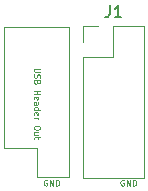
<source format=gbr>
G04 #@! TF.GenerationSoftware,KiCad,Pcbnew,(5.1.0-0)*
G04 #@! TF.CreationDate,2019-08-08T22:33:38-04:00*
G04 #@! TF.ProjectId,Dell Optiplex USB Header Sense Adapter,44656c6c-204f-4707-9469-706c65782055,rev?*
G04 #@! TF.SameCoordinates,Original*
G04 #@! TF.FileFunction,Legend,Top*
G04 #@! TF.FilePolarity,Positive*
%FSLAX46Y46*%
G04 Gerber Fmt 4.6, Leading zero omitted, Abs format (unit mm)*
G04 Created by KiCad (PCBNEW (5.1.0-0)) date 2019-08-08 22:33:38*
%MOMM*%
%LPD*%
G04 APERTURE LIST*
%ADD10C,0.125000*%
%ADD11C,0.120000*%
%ADD12C,0.150000*%
G04 APERTURE END LIST*
D10*
X157523809Y-91059523D02*
X157119047Y-91059523D01*
X157071428Y-91083333D01*
X157047619Y-91107142D01*
X157023809Y-91154761D01*
X157023809Y-91250000D01*
X157047619Y-91297619D01*
X157071428Y-91321428D01*
X157119047Y-91345238D01*
X157523809Y-91345238D01*
X157047619Y-91559523D02*
X157023809Y-91630952D01*
X157023809Y-91750000D01*
X157047619Y-91797619D01*
X157071428Y-91821428D01*
X157119047Y-91845238D01*
X157166666Y-91845238D01*
X157214285Y-91821428D01*
X157238095Y-91797619D01*
X157261904Y-91750000D01*
X157285714Y-91654761D01*
X157309523Y-91607142D01*
X157333333Y-91583333D01*
X157380952Y-91559523D01*
X157428571Y-91559523D01*
X157476190Y-91583333D01*
X157500000Y-91607142D01*
X157523809Y-91654761D01*
X157523809Y-91773809D01*
X157500000Y-91845238D01*
X157285714Y-92226190D02*
X157261904Y-92297619D01*
X157238095Y-92321428D01*
X157190476Y-92345238D01*
X157119047Y-92345238D01*
X157071428Y-92321428D01*
X157047619Y-92297619D01*
X157023809Y-92250000D01*
X157023809Y-92059523D01*
X157523809Y-92059523D01*
X157523809Y-92226190D01*
X157500000Y-92273809D01*
X157476190Y-92297619D01*
X157428571Y-92321428D01*
X157380952Y-92321428D01*
X157333333Y-92297619D01*
X157309523Y-92273809D01*
X157285714Y-92226190D01*
X157285714Y-92059523D01*
X157023809Y-92940476D02*
X157523809Y-92940476D01*
X157285714Y-92940476D02*
X157285714Y-93226190D01*
X157023809Y-93226190D02*
X157523809Y-93226190D01*
X157047619Y-93654761D02*
X157023809Y-93607142D01*
X157023809Y-93511904D01*
X157047619Y-93464285D01*
X157095238Y-93440476D01*
X157285714Y-93440476D01*
X157333333Y-93464285D01*
X157357142Y-93511904D01*
X157357142Y-93607142D01*
X157333333Y-93654761D01*
X157285714Y-93678571D01*
X157238095Y-93678571D01*
X157190476Y-93440476D01*
X157023809Y-94107142D02*
X157285714Y-94107142D01*
X157333333Y-94083333D01*
X157357142Y-94035714D01*
X157357142Y-93940476D01*
X157333333Y-93892857D01*
X157047619Y-94107142D02*
X157023809Y-94059523D01*
X157023809Y-93940476D01*
X157047619Y-93892857D01*
X157095238Y-93869047D01*
X157142857Y-93869047D01*
X157190476Y-93892857D01*
X157214285Y-93940476D01*
X157214285Y-94059523D01*
X157238095Y-94107142D01*
X157023809Y-94559523D02*
X157523809Y-94559523D01*
X157047619Y-94559523D02*
X157023809Y-94511904D01*
X157023809Y-94416666D01*
X157047619Y-94369047D01*
X157071428Y-94345238D01*
X157119047Y-94321428D01*
X157261904Y-94321428D01*
X157309523Y-94345238D01*
X157333333Y-94369047D01*
X157357142Y-94416666D01*
X157357142Y-94511904D01*
X157333333Y-94559523D01*
X157047619Y-94988095D02*
X157023809Y-94940476D01*
X157023809Y-94845238D01*
X157047619Y-94797619D01*
X157095238Y-94773809D01*
X157285714Y-94773809D01*
X157333333Y-94797619D01*
X157357142Y-94845238D01*
X157357142Y-94940476D01*
X157333333Y-94988095D01*
X157285714Y-95011904D01*
X157238095Y-95011904D01*
X157190476Y-94773809D01*
X157023809Y-95226190D02*
X157357142Y-95226190D01*
X157261904Y-95226190D02*
X157309523Y-95250000D01*
X157333333Y-95273809D01*
X157357142Y-95321428D01*
X157357142Y-95369047D01*
X157523809Y-96011904D02*
X157523809Y-96107142D01*
X157500000Y-96154761D01*
X157452380Y-96202380D01*
X157357142Y-96226190D01*
X157190476Y-96226190D01*
X157095238Y-96202380D01*
X157047619Y-96154761D01*
X157023809Y-96107142D01*
X157023809Y-96011904D01*
X157047619Y-95964285D01*
X157095238Y-95916666D01*
X157190476Y-95892857D01*
X157357142Y-95892857D01*
X157452380Y-95916666D01*
X157500000Y-95964285D01*
X157523809Y-96011904D01*
X157357142Y-96654761D02*
X157023809Y-96654761D01*
X157357142Y-96440476D02*
X157095238Y-96440476D01*
X157047619Y-96464285D01*
X157023809Y-96511904D01*
X157023809Y-96583333D01*
X157047619Y-96630952D01*
X157071428Y-96654761D01*
X157357142Y-96821428D02*
X157357142Y-97011904D01*
X157523809Y-96892857D02*
X157095238Y-96892857D01*
X157047619Y-96916666D01*
X157023809Y-96964285D01*
X157023809Y-97011904D01*
X164619047Y-100500000D02*
X164571428Y-100476190D01*
X164500000Y-100476190D01*
X164428571Y-100500000D01*
X164380952Y-100547619D01*
X164357142Y-100595238D01*
X164333333Y-100690476D01*
X164333333Y-100761904D01*
X164357142Y-100857142D01*
X164380952Y-100904761D01*
X164428571Y-100952380D01*
X164500000Y-100976190D01*
X164547619Y-100976190D01*
X164619047Y-100952380D01*
X164642857Y-100928571D01*
X164642857Y-100761904D01*
X164547619Y-100761904D01*
X164857142Y-100976190D02*
X164857142Y-100476190D01*
X165142857Y-100976190D01*
X165142857Y-100476190D01*
X165380952Y-100976190D02*
X165380952Y-100476190D01*
X165500000Y-100476190D01*
X165571428Y-100500000D01*
X165619047Y-100547619D01*
X165642857Y-100595238D01*
X165666666Y-100690476D01*
X165666666Y-100761904D01*
X165642857Y-100857142D01*
X165619047Y-100904761D01*
X165571428Y-100952380D01*
X165500000Y-100976190D01*
X165380952Y-100976190D01*
X158119047Y-100500000D02*
X158071428Y-100476190D01*
X158000000Y-100476190D01*
X157928571Y-100500000D01*
X157880952Y-100547619D01*
X157857142Y-100595238D01*
X157833333Y-100690476D01*
X157833333Y-100761904D01*
X157857142Y-100857142D01*
X157880952Y-100904761D01*
X157928571Y-100952380D01*
X158000000Y-100976190D01*
X158047619Y-100976190D01*
X158119047Y-100952380D01*
X158142857Y-100928571D01*
X158142857Y-100761904D01*
X158047619Y-100761904D01*
X158357142Y-100976190D02*
X158357142Y-100476190D01*
X158642857Y-100976190D01*
X158642857Y-100476190D01*
X158880952Y-100976190D02*
X158880952Y-100476190D01*
X159000000Y-100476190D01*
X159071428Y-100500000D01*
X159119047Y-100547619D01*
X159142857Y-100595238D01*
X159166666Y-100690476D01*
X159166666Y-100761904D01*
X159142857Y-100857142D01*
X159119047Y-100904761D01*
X159071428Y-100952380D01*
X159000000Y-100976190D01*
X158880952Y-100976190D01*
D11*
X154500000Y-97750000D02*
X154500000Y-87500000D01*
X157250000Y-97750000D02*
X154500000Y-97750000D01*
X157250000Y-100250000D02*
X157250000Y-97750000D01*
X160000000Y-100250000D02*
X157250000Y-100250000D01*
X160000000Y-87500000D02*
X160000000Y-100250000D01*
X154500000Y-87500000D02*
X160000000Y-87500000D01*
X161130000Y-100315000D02*
X166330000Y-100315000D01*
X161130000Y-90095000D02*
X161130000Y-100315000D01*
X166330000Y-87495000D02*
X166330000Y-100315000D01*
X161130000Y-90095000D02*
X163730000Y-90095000D01*
X163730000Y-90095000D02*
X163730000Y-87495000D01*
X163730000Y-87495000D02*
X166330000Y-87495000D01*
X161130000Y-88825000D02*
X161130000Y-87495000D01*
X161130000Y-87495000D02*
X162460000Y-87495000D01*
D12*
X163416666Y-85702379D02*
X163416666Y-86416665D01*
X163369047Y-86559522D01*
X163273809Y-86654760D01*
X163130952Y-86702379D01*
X163035714Y-86702379D01*
X164416666Y-86702379D02*
X163845238Y-86702379D01*
X164130952Y-86702379D02*
X164130952Y-85702379D01*
X164035714Y-85845237D01*
X163940476Y-85940475D01*
X163845238Y-85988094D01*
M02*

</source>
